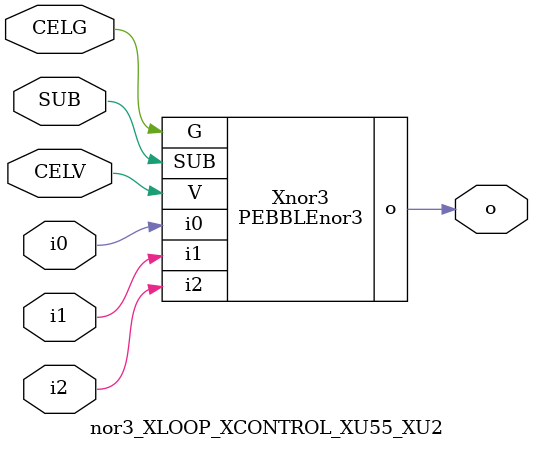
<source format=v>



module PEBBLEnor3 ( o, G, SUB, V, i0, i1, i2 );

  input i0;
  input V;
  input i2;
  input i1;
  input G;
  output o;
  input SUB;
endmodule

//Celera Confidential Do Not Copy nor3_XLOOP_XCONTROL_XU55_XU2
//Celera Confidential Symbol Generator
//NOR3
module nor3_XLOOP_XCONTROL_XU55_XU2 (CELV,CELG,i0,i1,i2,o,SUB);
input CELV;
input CELG;
input i0;
input i1;
input i2;
input SUB;
output o;

//Celera Confidential Do Not Copy nor3
PEBBLEnor3 Xnor3(
.V (CELV),
.i0 (i0),
.i1 (i1),
.i2 (i2),
.o (o),
.SUB (SUB),
.G (CELG)
);
//,diesize,PEBBLEnor3

//Celera Confidential Do Not Copy Module End
//Celera Schematic Generator
endmodule

</source>
